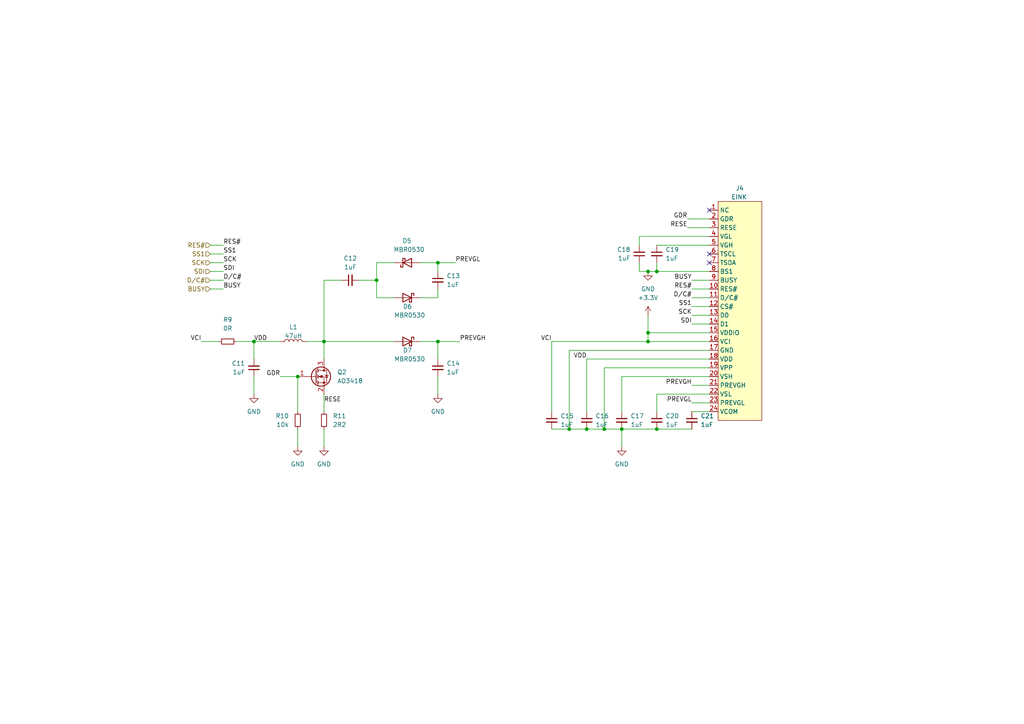
<source format=kicad_sch>
(kicad_sch (version 20211123) (generator eeschema)
  (paper "A4")
  (lib_symbols
    (symbol "Device:C_Small" (pin_numbers hide) (pin_names (offset 0.254) hide)
      (property "Reference" "C" (at 0.254 1.778 0))
      (property "Value" "C_Small" (at 0.254 -2.032 0))
      (symbol "C_Small_0_1"
        (polyline (pts (xy -1.524 -0.508) (xy 1.524 -0.508)) (stroke (width 0.3302)))
        (polyline (pts (xy -1.524 0.508) (xy 1.524 0.508)) (stroke (width 0.3048)))
      )
      (symbol "C_Small_1_1"
        (pin passive line (at 0 2.54 270) (length 2.032) (name "~") (number "1"))
        (pin passive line (at 0 -2.54 90) (length 2.032) (name "~") (number "2"))
      )
    )
    (symbol "Device:L" (pin_numbers hide) (pin_names (offset 1.016) hide)
      (property "Reference" "L" (at -1.27 0 90))
      (property "Value" "L" (at 1.905 0 90))
      (symbol "L_0_1"
        (arc (start 0 -2.54) (mid 0.635 -1.905) (end 0 -1.27))
        (arc (start 0 -1.27) (mid 0.635 -0.635) (end 0 0))
        (arc (start 0 0) (mid 0.635 0.635) (end 0 1.27))
        (arc (start 0 1.27) (mid 0.635 1.905) (end 0 2.54))
      )
      (symbol "L_1_1"
        (pin passive line (at 0 3.81 270) (length 1.27) (name "1") (number "1"))
        (pin passive line (at 0 -3.81 90) (length 1.27) (name "2") (number "2"))
      )
    )
    (symbol "Device:Q_NMOS_GSD" (pin_names (offset 0) hide)
      (property "Reference" "Q" (at 5.08 1.27 0))
      (property "Value" "Q_NMOS_GSD" (at 5.08 -1.27 0))
      (symbol "Q_NMOS_GSD_0_1"
        (polyline (pts (xy 0.254 0) (xy -2.54 0)))
        (polyline (pts (xy 0.254 1.905) (xy 0.254 -1.905)) (stroke (width 0.254)))
        (polyline (pts (xy 0.762 -1.27) (xy 0.762 -2.286)) (stroke (width 0.254)))
        (polyline (pts (xy 0.762 0.508) (xy 0.762 -0.508)) (stroke (width 0.254)))
        (polyline (pts (xy 0.762 2.286) (xy 0.762 1.27)) (stroke (width 0.254)))
        (polyline (pts (xy 2.54 2.54) (xy 2.54 1.778)))
        (polyline (pts (xy 2.54 -2.54) (xy 2.54 0) (xy 0.762 0)))
        (polyline (pts (xy 0.762 -1.778) (xy 3.302 -1.778) (xy 3.302 1.778) (xy 0.762 1.778)))
        (polyline (pts (xy 1.016 0) (xy 2.032 0.381) (xy 2.032 -0.381) (xy 1.016 0)) (fill (type outline)))
        (polyline (pts (xy 2.794 0.508) (xy 2.921 0.381) (xy 3.683 0.381) (xy 3.81 0.254)))
        (polyline (pts (xy 3.302 0.381) (xy 2.921 -0.254) (xy 3.683 -0.254) (xy 3.302 0.381)))
        (circle (center 1.651 0) (radius 2.794) (stroke (width 0.254)))
        (circle (center 2.54 -1.778) (radius 0.254) (fill (type outline)))
        (circle (center 2.54 1.778) (radius 0.254) (fill (type outline)))
      )
      (symbol "Q_NMOS_GSD_1_1"
        (pin input line (at -5.08 0 0) (length 2.54) (name "G") (number "1"))
        (pin passive line (at 2.54 -5.08 90) (length 2.54) (name "S") (number "2"))
        (pin passive line (at 2.54 5.08 270) (length 2.54) (name "D") (number "3"))
      )
    )
    (symbol "Device:R_Small" (pin_numbers hide) (pin_names (offset 0.254) hide)
      (property "Reference" "R" (at 0.762 0.508 0))
      (property "Value" "R_Small" (at 0.762 -1.016 0))
      (symbol "R_Small_0_1"
        (rectangle (start -0.762 1.778) (end 0.762 -1.778) (stroke (width 0.2032)))
      )
      (symbol "R_Small_1_1"
        (pin passive line (at 0 2.54 270) (length 0.762) (name "~") (number "1"))
        (pin passive line (at 0 -2.54 90) (length 0.762) (name "~") (number "2"))
      )
    )
    (symbol "Diode:MBR0530" (pin_numbers hide) (pin_names (offset 1.016) hide)
      (property "Reference" "D" (at 0 2.54 0))
      (property "Value" "MBR0530" (at 0 -2.54 0))
      (symbol "MBR0530_0_1"
        (polyline (pts (xy 1.27 0) (xy -1.27 0)))
        (polyline (pts (xy 1.27 1.27) (xy 1.27 -1.27) (xy -1.27 0) (xy 1.27 1.27)) (stroke (width 0.254)))
        (polyline (pts (xy -1.905 0.635) (xy -1.905 1.27) (xy -1.27 1.27) (xy -1.27 -1.27) (xy -0.635 -1.27) (xy -0.635 -0.635)) (stroke (width 0.254)))
      )
      (symbol "MBR0530_1_1"
        (pin passive line (at -3.81 0 0) (length 2.54) (name "K") (number "1"))
        (pin passive line (at 3.81 0 180) (length 2.54) (name "A") (number "2"))
      )
    )
    (symbol "dumbwatch:EINK"
      (property "Reference" "J?" (at -1.27 35.56 0))
      (property "Value" "EINK" (at -2.54 33.02 0))
      (symbol "EINK_0_1"
        (rectangle (start -6.35 31.75) (end 6.35 -31.75) (stroke (width 0.1524)) (fill (type background)))
      )
      (symbol "EINK_1_1"
        (pin input line (at -8.89 29.21 0) (length 2.54) (name "NC") (number "1"))
        (pin input line (at -8.89 6.35 0) (length 2.54) (name "RES#") (number "10"))
        (pin input line (at -8.89 3.81 0) (length 2.54) (name "D/C#") (number "11"))
        (pin input line (at -8.89 1.27 0) (length 2.54) (name "CS#") (number "12"))
        (pin input line (at -8.89 -1.27 0) (length 2.54) (name "D0") (number "13"))
        (pin input line (at -8.89 -3.81 0) (length 2.54) (name "D1") (number "14"))
        (pin input line (at -8.89 -6.35 0) (length 2.54) (name "VDDIO") (number "15"))
        (pin input line (at -8.89 -8.89 0) (length 2.54) (name "VCI") (number "16"))
        (pin input line (at -8.89 -11.43 0) (length 2.54) (name "GND") (number "17"))
        (pin input line (at -8.89 -13.97 0) (length 2.54) (name "VDD") (number "18"))
        (pin input line (at -8.89 -16.51 0) (length 2.54) (name "VPP") (number "19"))
        (pin input line (at -8.89 26.67 0) (length 2.54) (name "GDR") (number "2"))
        (pin input line (at -8.89 -19.05 0) (length 2.54) (name "VSH") (number "20"))
        (pin input line (at -8.89 -21.59 0) (length 2.54) (name "PREVGH") (number "21"))
        (pin input line (at -8.89 -24.13 0) (length 2.54) (name "VSL") (number "22"))
        (pin input line (at -8.89 -26.67 0) (length 2.54) (name "PREVGL") (number "23"))
        (pin input line (at -8.89 -29.21 0) (length 2.54) (name "VCOM") (number "24"))
        (pin input line (at -8.89 24.13 0) (length 2.54) (name "RESE") (number "3"))
        (pin input line (at -8.89 21.59 0) (length 2.54) (name "VGL") (number "4"))
        (pin input line (at -8.89 19.05 0) (length 2.54) (name "VGH") (number "5"))
        (pin input line (at -8.89 16.51 0) (length 2.54) (name "TSCL") (number "6"))
        (pin input line (at -8.89 13.97 0) (length 2.54) (name "TSDA") (number "7"))
        (pin input line (at -8.89 11.43 0) (length 2.54) (name "BS1") (number "8"))
        (pin input line (at -8.89 8.89 0) (length 2.54) (name "BUSY") (number "9"))
      )
    )
    (symbol "power:+3.3V" (power) (pin_names (offset 0))
      (property "Value" "+3.3V" (at 0 3.556 0))
      (symbol "+3.3V_0_1"
        (polyline (pts (xy -0.762 1.27) (xy 0 2.54)))
        (polyline (pts (xy 0 0) (xy 0 2.54)))
        (polyline (pts (xy 0 2.54) (xy 0.762 1.27)))
      )
      (symbol "+3.3V_1_1"
        (pin power_in line (at 0 0 90) (length 0) hide (name "+3.3V") (number "1"))
      )
    )
    (symbol "power:GND" (power) (pin_names (offset 0))
      (property "Value" "GND" (at 0 -3.81 0))
      (symbol "GND_0_1"
        (polyline (pts (xy 0 0) (xy 0 -1.27) (xy 1.27 -1.27) (xy 0 -2.54) (xy -1.27 -1.27) (xy 0 -1.27)))
      )
      (symbol "GND_1_1"
        (pin power_in line (at 0 0 270) (length 0) hide (name "GND") (number "1"))
      )
    )
  )
  (junction (at 165.1 124.46))
  (junction (at 86.36 109.22))
  (junction (at 127 99.06))
  (junction (at 190.5 124.46))
  (junction (at 180.34 124.46))
  (junction (at 109.22 81.28))
  (junction (at 127 76.2))
  (junction (at 73.66 99.06))
  (junction (at 187.96 99.06))
  (junction (at 190.5 78.74))
  (junction (at 93.98 99.06))
  (junction (at 170.18 124.46))
  (junction (at 187.96 96.52))
  (junction (at 175.26 124.46))
  (junction (at 187.96 78.74))
  (no_connect (at 205.74 60.96))
  (no_connect (at 205.74 73.66))
  (no_connect (at 205.74 76.2))
  (wire (pts (xy 185.42 68.58) (xy 185.42 71.12)))
  (wire (pts (xy 88.9 99.06) (xy 93.98 99.06)))
  (wire (pts (xy 200.66 116.84) (xy 205.74 116.84)))
  (wire (pts (xy 199.39 66.04) (xy 205.74 66.04)))
  (wire (pts (xy 205.74 109.22) (xy 180.34 109.22)))
  (wire (pts (xy 64.77 78.74) (xy 60.96 78.74)))
  (wire (pts (xy 160.02 99.06) (xy 160.02 119.38)))
  (wire (pts (xy 81.28 109.22) (xy 86.36 109.22)))
  (wire (pts (xy 170.18 104.14) (xy 170.18 119.38)))
  (wire (pts (xy 93.98 99.06) (xy 114.3 99.06)))
  (wire (pts (xy 165.1 101.6) (xy 165.1 124.46)))
  (wire (pts (xy 93.98 114.3) (xy 93.98 119.38)))
  (wire (pts (xy 58.42 99.06) (xy 63.5 99.06)))
  (wire (pts (xy 73.66 109.22) (xy 73.66 114.3)))
  (wire (pts (xy 86.36 109.22) (xy 86.36 119.38)))
  (wire (pts (xy 180.34 124.46) (xy 180.34 129.54)))
  (wire (pts (xy 64.77 81.28) (xy 60.96 81.28)))
  (wire (pts (xy 205.74 101.6) (xy 165.1 101.6)))
  (wire (pts (xy 190.5 78.74) (xy 205.74 78.74)))
  (wire (pts (xy 190.5 114.3) (xy 190.5 119.38)))
  (wire (pts (xy 200.66 81.28) (xy 205.74 81.28)))
  (wire (pts (xy 109.22 81.28) (xy 109.22 86.36)))
  (wire (pts (xy 165.1 124.46) (xy 170.18 124.46)))
  (wire (pts (xy 200.66 111.76) (xy 205.74 111.76)))
  (wire (pts (xy 190.5 124.46) (xy 200.66 124.46)))
  (wire (pts (xy 175.26 106.68) (xy 175.26 124.46)))
  (wire (pts (xy 199.39 63.5) (xy 205.74 63.5)))
  (wire (pts (xy 64.77 73.66) (xy 60.96 73.66)))
  (wire (pts (xy 205.74 119.38) (xy 200.66 119.38)))
  (wire (pts (xy 127 99.06) (xy 127 104.14)))
  (wire (pts (xy 175.26 124.46) (xy 180.34 124.46)))
  (wire (pts (xy 200.66 88.9) (xy 205.74 88.9)))
  (wire (pts (xy 93.98 124.46) (xy 93.98 129.54)))
  (wire (pts (xy 190.5 76.2) (xy 190.5 78.74)))
  (wire (pts (xy 121.92 99.06) (xy 127 99.06)))
  (wire (pts (xy 205.74 106.68) (xy 175.26 106.68)))
  (wire (pts (xy 93.98 81.28) (xy 93.98 99.06)))
  (wire (pts (xy 200.66 91.44) (xy 205.74 91.44)))
  (wire (pts (xy 99.06 81.28) (xy 93.98 81.28)))
  (wire (pts (xy 73.66 99.06) (xy 73.66 104.14)))
  (wire (pts (xy 127 86.36) (xy 121.92 86.36)))
  (wire (pts (xy 190.5 71.12) (xy 205.74 71.12)))
  (wire (pts (xy 187.96 78.74) (xy 185.42 78.74)))
  (wire (pts (xy 73.66 99.06) (xy 81.28 99.06)))
  (wire (pts (xy 187.96 99.06) (xy 205.74 99.06)))
  (wire (pts (xy 104.14 81.28) (xy 109.22 81.28)))
  (wire (pts (xy 68.58 99.06) (xy 73.66 99.06)))
  (wire (pts (xy 64.77 71.12) (xy 60.96 71.12)))
  (wire (pts (xy 187.96 96.52) (xy 187.96 99.06)))
  (wire (pts (xy 170.18 124.46) (xy 175.26 124.46)))
  (wire (pts (xy 205.74 68.58) (xy 185.42 68.58)))
  (wire (pts (xy 127 83.82) (xy 127 86.36)))
  (wire (pts (xy 160.02 99.06) (xy 187.96 99.06)))
  (wire (pts (xy 180.34 109.22) (xy 180.34 119.38)))
  (wire (pts (xy 127 99.06) (xy 133.35 99.06)))
  (wire (pts (xy 200.66 93.98) (xy 205.74 93.98)))
  (wire (pts (xy 180.34 124.46) (xy 190.5 124.46)))
  (wire (pts (xy 200.66 83.82) (xy 205.74 83.82)))
  (wire (pts (xy 185.42 76.2) (xy 185.42 78.74)))
  (wire (pts (xy 93.98 99.06) (xy 93.98 104.14)))
  (wire (pts (xy 187.96 91.44) (xy 187.96 96.52)))
  (wire (pts (xy 121.92 76.2) (xy 127 76.2)))
  (wire (pts (xy 190.5 114.3) (xy 205.74 114.3)))
  (wire (pts (xy 127 76.2) (xy 127 78.74)))
  (wire (pts (xy 190.5 78.74) (xy 187.96 78.74)))
  (wire (pts (xy 64.77 76.2) (xy 60.96 76.2)))
  (wire (pts (xy 127 109.22) (xy 127 114.3)))
  (wire (pts (xy 200.66 86.36) (xy 205.74 86.36)))
  (wire (pts (xy 109.22 76.2) (xy 114.3 76.2)))
  (wire (pts (xy 64.77 83.82) (xy 60.96 83.82)))
  (wire (pts (xy 86.36 124.46) (xy 86.36 129.54)))
  (wire (pts (xy 205.74 104.14) (xy 170.18 104.14)))
  (wire (pts (xy 160.02 124.46) (xy 165.1 124.46)))
  (wire (pts (xy 187.96 96.52) (xy 205.74 96.52)))
  (wire (pts (xy 109.22 76.2) (xy 109.22 81.28)))
  (wire (pts (xy 109.22 86.36) (xy 114.3 86.36)))
  (wire (pts (xy 127 76.2) (xy 132.08 76.2)))
  (label "SDI" (at 64.77 78.74 0))
  (label "BUSY" (at 64.77 83.82 0))
  (label "RESE" (at 93.98 116.84 0))
  (label "VCI" (at 58.42 99.06 180))
  (label "GDR" (at 81.28 109.22 180))
  (label "RES#" (at 200.66 83.82 180))
  (label "SCK" (at 64.77 76.2 0))
  (label "SS1" (at 64.77 73.66 0))
  (label "BUSY" (at 200.66 81.28 180))
  (label "PREVGL" (at 200.66 116.84 180))
  (label "PREVGL" (at 132.08 76.2 0))
  (label "RESE" (at 199.39 66.04 180))
  (label "VCI" (at 160.02 99.06 180))
  (label "SCK" (at 200.66 91.44 180))
  (label "VDD" (at 73.66 99.06 0))
  (label "PREVGH" (at 133.35 99.06 0))
  (label "SS1" (at 200.66 88.9 180))
  (label "GDR" (at 199.39 63.5 180))
  (label "D{slash}C#" (at 64.77 81.28 0))
  (label "SDI" (at 200.66 93.98 180))
  (label "VDD" (at 170.18 104.14 180))
  (label "D{slash}C#" (at 200.66 86.36 180))
  (label "PREVGH" (at 200.66 111.76 180))
  (label "RES#" (at 64.77 71.12 0))
  (hierarchical_label "RES#" (shape input) (at 60.96 71.12 180))
  (hierarchical_label "D{slash}C#" (shape input) (at 60.96 81.28 180))
  (hierarchical_label "SCK" (shape input) (at 60.96 76.2 180))
  (hierarchical_label "SDI" (shape input) (at 60.96 78.74 180))
  (hierarchical_label "BUSY" (shape input) (at 60.96 83.82 180))
  (hierarchical_label "SS1" (shape input) (at 60.96 73.66 180))
  (symbol (lib_id "power:GND") (at 127 114.3 0) (unit 1)
    (property "Reference" "#PWR0135" (effects hide))
    (property "Value" "GND" (at 127 119.38 0))
  )
  (symbol (lib_id "Device:Q_NMOS_GSD") (at 91.44 109.22 0) (unit 1)
    (property "Reference" "Q2" (at 97.79 107.9499 0) (effects (justify left)))
    (property "Value" "AO3418" (at 97.79 110.4899 0) (effects (justify left)))
    (property "Footprint" "Package_TO_SOT_SMD:SOT-23" (effects hide))
  )
  (symbol (lib_id "power:+3.3V") (at 187.96 91.44 0) (unit 1)
    (property "Reference" "#PWR0130" (effects hide))
    (property "Value" "+3.3V" (at 187.96 86.36 0))
  )
  (symbol (lib_id "Diode:MBR0530") (at 118.11 99.06 0) (mirror y) (unit 1)
    (property "Reference" "D7" (at 116.84 101.6 0) (effects (justify right)))
    (property "Value" "MBR0530" (at 114.3 104.14 0) (effects (justify right)))
    (property "Footprint" "Diode_SMD:D_SOD-123" (effects hide))
    (property "Datasheet" "http://www.mccsemi.com/up_pdf/MBR0520~MBR0580(SOD123).pdf" (effects hide))
  )
  (symbol (lib_id "Diode:MBR0530") (at 118.11 76.2 0) (mirror x) (unit 1)
    (property "Reference" "D5" (at 119.38 69.85 0) (effects (justify right)))
    (property "Value" "MBR0530" (at 123.19 72.39 0) (effects (justify right)))
    (property "Footprint" "Diode_SMD:D_SOD-123" (effects hide))
    (property "Datasheet" "http://www.mccsemi.com/up_pdf/MBR0520~MBR0580(SOD123).pdf" (effects hide))
  )
  (symbol (lib_id "Device:R_Small") (at 66.04 99.06 270) (mirror x) (unit 1)
    (property "Reference" "R9" (at 66.04 92.71 90))
    (property "Value" "0R" (at 66.04 95.25 90))
    (property "Footprint" "Resistor_SMD:R_0603_1608Metric_Pad0.98x0.95mm_HandSolder" (effects hide))
  )
  (symbol (lib_id "Device:C_Small") (at 190.5 73.66 0) (unit 1)
    (property "Reference" "C19" (at 193.04 72.3962 0) (effects (justify left)))
    (property "Value" "1uF" (at 193.04 74.9362 0) (effects (justify left)))
    (property "Footprint" "Capacitor_SMD:C_0603_1608Metric_Pad1.08x0.95mm_HandSolder" (effects hide))
  )
  (symbol (lib_id "power:GND") (at 86.36 129.54 0) (unit 1)
    (property "Reference" "#PWR0132" (effects hide))
    (property "Value" "GND" (at 86.36 134.62 0))
  )
  (symbol (lib_id "power:GND") (at 73.66 114.3 0) (unit 1)
    (property "Reference" "#PWR0131" (effects hide))
    (property "Value" "GND" (at 73.66 119.38 0))
  )
  (symbol (lib_id "Device:C_Small") (at 127 106.68 0) (unit 1)
    (property "Reference" "C14" (at 129.54 105.4162 0) (effects (justify left)))
    (property "Value" "1uF" (at 129.54 107.9562 0) (effects (justify left)))
    (property "Footprint" "Capacitor_SMD:C_0603_1608Metric_Pad1.08x0.95mm_HandSolder" (effects hide))
  )
  (symbol (lib_id "Device:C_Small") (at 160.02 121.92 0) (unit 1)
    (property "Reference" "C15" (at 162.56 120.6562 0) (effects (justify left)))
    (property "Value" "1uF" (at 162.56 123.1962 0) (effects (justify left)))
    (property "Footprint" "Capacitor_SMD:C_0603_1608Metric_Pad1.08x0.95mm_HandSolder" (effects hide))
  )
  (symbol (lib_id "Device:R_Small") (at 93.98 121.92 0) (unit 1)
    (property "Reference" "R11" (at 96.52 120.6499 0) (effects (justify left)))
    (property "Value" "2R2" (at 96.52 123.1899 0) (effects (justify left)))
    (property "Footprint" "Resistor_SMD:R_0603_1608Metric_Pad0.98x0.95mm_HandSolder" (effects hide))
  )
  (symbol (lib_id "dumbwatch:EINK") (at 214.63 90.17 0) (unit 1)
    (property "Reference" "J4" (at 213.36 54.61 0) (effects (justify left)))
    (property "Value" "EINK" (at 212.09 57.15 0) (effects (justify left)))
    (property "Footprint" "e-ink:PANASONIC_AYF532435" (effects hide))
  )
  (symbol (lib_id "Device:C_Small") (at 200.66 121.92 0) (unit 1)
    (property "Reference" "C21" (at 203.2 120.6562 0) (effects (justify left)))
    (property "Value" "1uF" (at 203.2 123.1962 0) (effects (justify left)))
    (property "Footprint" "Capacitor_SMD:C_0603_1608Metric_Pad1.08x0.95mm_HandSolder" (effects hide))
  )
  (symbol (lib_id "Device:C_Small") (at 170.18 121.92 0) (unit 1)
    (property "Reference" "C16" (at 172.72 120.6562 0) (effects (justify left)))
    (property "Value" "1uF" (at 172.72 123.1962 0) (effects (justify left)))
    (property "Footprint" "Capacitor_SMD:C_0603_1608Metric_Pad1.08x0.95mm_HandSolder" (effects hide))
  )
  (symbol (lib_id "Device:C_Small") (at 185.42 73.66 0) (mirror x) (unit 1)
    (property "Reference" "C18" (at 182.88 72.3835 0) (effects (justify right)))
    (property "Value" "1uF" (at 182.88 74.9235 0) (effects (justify right)))
    (property "Footprint" "Capacitor_SMD:C_0603_1608Metric_Pad1.08x0.95mm_HandSolder" (effects hide))
  )
  (symbol (lib_id "Diode:MBR0530") (at 118.11 86.36 0) (mirror y) (unit 1)
    (property "Reference" "D6" (at 116.84 88.9 0) (effects (justify right)))
    (property "Value" "MBR0530" (at 114.3 91.44 0) (effects (justify right)))
    (property "Footprint" "Diode_SMD:D_SOD-123" (effects hide))
    (property "Datasheet" "http://www.mccsemi.com/up_pdf/MBR0520~MBR0580(SOD123).pdf" (effects hide))
  )
  (symbol (lib_id "power:GND") (at 180.34 129.54 0) (unit 1)
    (property "Reference" "#PWR0134" (effects hide))
    (property "Value" "GND" (at 180.34 134.62 0))
  )
  (symbol (lib_id "Device:C_Small") (at 180.34 121.92 0) (unit 1)
    (property "Reference" "C17" (at 182.88 120.6562 0) (effects (justify left)))
    (property "Value" "1uF" (at 182.88 123.1962 0) (effects (justify left)))
    (property "Footprint" "Capacitor_SMD:C_0603_1608Metric_Pad1.08x0.95mm_HandSolder" (effects hide))
  )
  (symbol (lib_id "Device:C_Small") (at 127 81.28 0) (unit 1)
    (property "Reference" "C13" (at 129.54 80.0162 0) (effects (justify left)))
    (property "Value" "1uF" (at 129.54 82.5562 0) (effects (justify left)))
    (property "Footprint" "Capacitor_SMD:C_0603_1608Metric_Pad1.08x0.95mm_HandSolder" (effects hide))
  )
  (symbol (lib_id "Device:C_Small") (at 101.6 81.28 90) (unit 1)
    (property "Reference" "C12" (at 101.6063 74.93 90))
    (property "Value" "1uF" (at 101.6063 77.47 90))
    (property "Footprint" "Capacitor_SMD:C_0603_1608Metric_Pad1.08x0.95mm_HandSolder" (effects hide))
  )
  (symbol (lib_id "Device:C_Small") (at 73.66 106.68 0) (mirror x) (unit 1)
    (property "Reference" "C11" (at 71.12 105.4035 0) (effects (justify right)))
    (property "Value" "1uF" (at 71.12 107.9435 0) (effects (justify right)))
    (property "Footprint" "Capacitor_SMD:C_0603_1608Metric_Pad1.08x0.95mm_HandSolder" (effects hide))
  )
  (symbol (lib_id "Device:L") (at 85.09 99.06 90) (unit 1)
    (property "Reference" "L1" (at 85.09 94.8522 90))
    (property "Value" "47uH" (at 85.09 97.3891 90))
    (property "Footprint" "Inductor_SMD:L_1210_3225Metric_Pad1.42x2.65mm_HandSolder" (effects hide))
    (property "Datasheet" "BCL322515RT-100M-D" (effects hide))
  )
  (symbol (lib_id "power:GND") (at 93.98 129.54 0) (unit 1)
    (property "Reference" "#PWR0133" (effects hide))
    (property "Value" "GND" (at 93.98 134.62 0))
  )
  (symbol (lib_id "Device:C_Small") (at 190.5 121.92 0) (unit 1)
    (property "Reference" "C20" (at 193.04 120.6562 0) (effects (justify left)))
    (property "Value" "1uF" (at 193.04 123.1962 0) (effects (justify left)))
    (property "Footprint" "Capacitor_SMD:C_0603_1608Metric_Pad1.08x0.95mm_HandSolder" (effects hide))
  )
  (symbol (lib_id "Device:R_Small") (at 86.36 121.92 0) (mirror x) (unit 1)
    (property "Reference" "R10" (at 83.82 120.6499 0) (effects (justify right)))
    (property "Value" "10k" (at 83.82 123.1899 0) (effects (justify right)))
    (property "Footprint" "Resistor_SMD:R_0603_1608Metric_Pad0.98x0.95mm_HandSolder" (effects hide))
  )
  (symbol (lib_id "power:GND") (at 187.96 78.74 0) (unit 1)
    (property "Reference" "#PWR0129" (effects hide))
    (property "Value" "GND" (at 187.96 83.82 0))
  )
)
</source>
